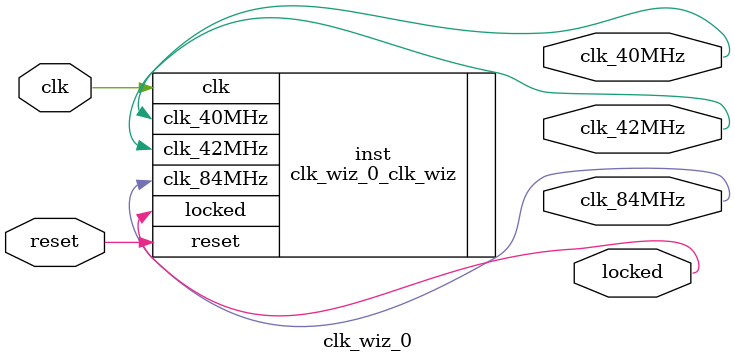
<source format=v>


`timescale 1ps/1ps

(* CORE_GENERATION_INFO = "clk_wiz_0,clk_wiz_v6_0_14_0_0,{component_name=clk_wiz_0,use_phase_alignment=true,use_min_o_jitter=false,use_max_i_jitter=false,use_dyn_phase_shift=false,use_inclk_switchover=false,use_dyn_reconfig=false,enable_axi=0,feedback_source=FDBK_AUTO,PRIMITIVE=MMCM,num_out_clk=3,clkin1_period=8.000,clkin2_period=10.000,use_power_down=false,use_reset=true,use_locked=true,use_inclk_stopped=false,feedback_type=SINGLE,CLOCK_MGR_TYPE=NA,manual_override=false}" *)

module clk_wiz_0 
 (
  // Clock out ports
  output        clk_42MHz,
  output        clk_84MHz,
  output        clk_40MHz,
  // Status and control signals
  input         reset,
  output        locked,
 // Clock in ports
  input         clk
 );

  clk_wiz_0_clk_wiz inst
  (
  // Clock out ports  
  .clk_42MHz(clk_42MHz),
  .clk_84MHz(clk_84MHz),
  .clk_40MHz(clk_40MHz),
  // Status and control signals               
  .reset(reset), 
  .locked(locked),
 // Clock in ports
  .clk(clk)
  );

endmodule

</source>
